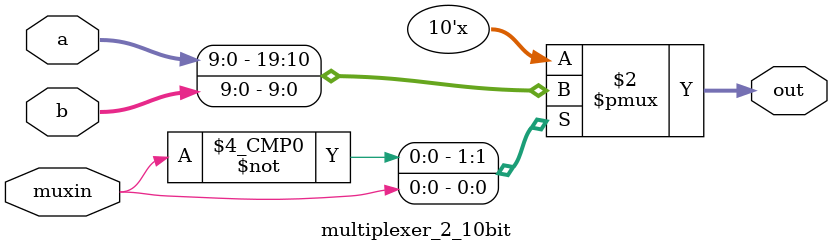
<source format=v>
`timescale 1ns / 1ps


module multiplexer_2_10bit(input wire muxin, input wire[9:0] a, input wire[9:0] b, output reg[9:0] out);
    always @(*)begin
        case (muxin)
            0: out = a;
            1: out = b;
        endcase
    end
endmodule

</source>
